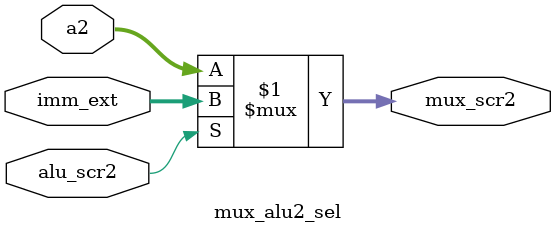
<source format=v>
module mux_alu2_sel (
    input wire [31:0] a2,
    input wire [31:0] imm_ext,
    input wire alu_scr2,
    output wire [31:0] mux_scr2
);

assign mux_scr2 = alu_scr2 ? imm_ext : a2;

endmodule
</source>
